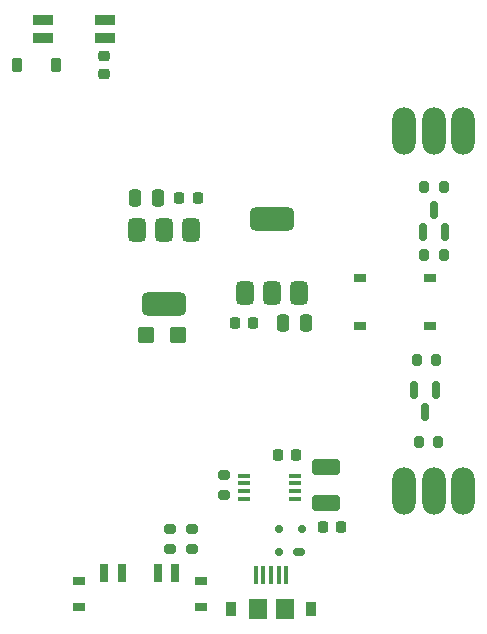
<source format=gbr>
%TF.GenerationSoftware,KiCad,Pcbnew,8.0.8-8.0.8-0~ubuntu24.04.1*%
%TF.CreationDate,2025-02-11T11:04:45-03:00*%
%TF.ProjectId,pm100,706d3130-302e-46b6-9963-61645f706362,rev?*%
%TF.SameCoordinates,Original*%
%TF.FileFunction,Paste,Bot*%
%TF.FilePolarity,Positive*%
%FSLAX46Y46*%
G04 Gerber Fmt 4.6, Leading zero omitted, Abs format (unit mm)*
G04 Created by KiCad (PCBNEW 8.0.8-8.0.8-0~ubuntu24.04.1) date 2025-02-11 11:04:45*
%MOMM*%
%LPD*%
G01*
G04 APERTURE LIST*
G04 Aperture macros list*
%AMRoundRect*
0 Rectangle with rounded corners*
0 $1 Rounding radius*
0 $2 $3 $4 $5 $6 $7 $8 $9 X,Y pos of 4 corners*
0 Add a 4 corners polygon primitive as box body*
4,1,4,$2,$3,$4,$5,$6,$7,$8,$9,$2,$3,0*
0 Add four circle primitives for the rounded corners*
1,1,$1+$1,$2,$3*
1,1,$1+$1,$4,$5*
1,1,$1+$1,$6,$7*
1,1,$1+$1,$8,$9*
0 Add four rect primitives between the rounded corners*
20,1,$1+$1,$2,$3,$4,$5,0*
20,1,$1+$1,$4,$5,$6,$7,0*
20,1,$1+$1,$6,$7,$8,$9,0*
20,1,$1+$1,$8,$9,$2,$3,0*%
G04 Aperture macros list end*
%ADD10RoundRect,0.225000X-0.250000X0.225000X-0.250000X-0.225000X0.250000X-0.225000X0.250000X0.225000X0*%
%ADD11RoundRect,0.225000X0.225000X0.250000X-0.225000X0.250000X-0.225000X-0.250000X0.225000X-0.250000X0*%
%ADD12RoundRect,0.200000X-0.200000X-0.275000X0.200000X-0.275000X0.200000X0.275000X-0.200000X0.275000X0*%
%ADD13RoundRect,0.150000X-0.150000X0.587500X-0.150000X-0.587500X0.150000X-0.587500X0.150000X0.587500X0*%
%ADD14O,2.000000X4.000000*%
%ADD15R,1.100000X0.400000*%
%ADD16R,1.000000X0.800000*%
%ADD17R,0.700000X1.500000*%
%ADD18RoundRect,0.200000X0.275000X-0.200000X0.275000X0.200000X-0.275000X0.200000X-0.275000X-0.200000X0*%
%ADD19RoundRect,0.200000X0.200000X0.275000X-0.200000X0.275000X-0.200000X-0.275000X0.200000X-0.275000X0*%
%ADD20RoundRect,0.225000X0.225000X0.375000X-0.225000X0.375000X-0.225000X-0.375000X0.225000X-0.375000X0*%
%ADD21RoundRect,0.225000X-0.225000X-0.250000X0.225000X-0.250000X0.225000X0.250000X-0.225000X0.250000X0*%
%ADD22RoundRect,0.250000X0.250000X0.475000X-0.250000X0.475000X-0.250000X-0.475000X0.250000X-0.475000X0*%
%ADD23RoundRect,0.200000X-0.275000X0.200000X-0.275000X-0.200000X0.275000X-0.200000X0.275000X0.200000X0*%
%ADD24RoundRect,0.250000X0.925000X-0.412500X0.925000X0.412500X-0.925000X0.412500X-0.925000X-0.412500X0*%
%ADD25R,1.000000X0.700000*%
%ADD26RoundRect,0.250000X-0.250000X-0.475000X0.250000X-0.475000X0.250000X0.475000X-0.250000X0.475000X0*%
%ADD27RoundRect,0.375000X0.375000X-0.625000X0.375000X0.625000X-0.375000X0.625000X-0.375000X-0.625000X0*%
%ADD28RoundRect,0.500000X1.400000X-0.500000X1.400000X0.500000X-1.400000X0.500000X-1.400000X-0.500000X0*%
%ADD29RoundRect,0.375000X-0.375000X0.625000X-0.375000X-0.625000X0.375000X-0.625000X0.375000X0.625000X0*%
%ADD30RoundRect,0.500000X-1.400000X0.500000X-1.400000X-0.500000X1.400000X-0.500000X1.400000X0.500000X0*%
%ADD31R,1.800000X0.820000*%
%ADD32RoundRect,0.150000X0.150000X-0.587500X0.150000X0.587500X-0.150000X0.587500X-0.150000X-0.587500X0*%
%ADD33RoundRect,0.250000X-0.450000X-0.425000X0.450000X-0.425000X0.450000X0.425000X-0.450000X0.425000X0*%
%ADD34RoundRect,0.175000X0.325000X-0.175000X0.325000X0.175000X-0.325000X0.175000X-0.325000X-0.175000X0*%
%ADD35RoundRect,0.150000X0.150000X-0.200000X0.150000X0.200000X-0.150000X0.200000X-0.150000X-0.200000X0*%
%ADD36R,0.300000X1.650000*%
%ADD37R,0.875000X1.200000*%
%ADD38R,1.600000X1.700000*%
G04 APERTURE END LIST*
D10*
%TO.C,C7*%
X140462000Y-46977000D03*
X140462000Y-48527000D03*
%TD*%
D11*
%TO.C,C3*%
X148389999Y-59049000D03*
X146839999Y-59049000D03*
%TD*%
D12*
%TO.C,R2*%
X167135000Y-79707500D03*
X168785000Y-79707500D03*
%TD*%
D13*
%TO.C,Q5*%
X166690000Y-75262500D03*
X168590000Y-75262500D03*
X167640000Y-77137501D03*
%TD*%
D14*
%TO.C,J7*%
X170902000Y-53340000D03*
X168402000Y-53340000D03*
X165902000Y-53340000D03*
%TD*%
D15*
%TO.C,U7*%
X152350000Y-84475001D03*
X152350000Y-83825000D03*
X152350000Y-83175000D03*
X152350000Y-82524999D03*
X156650000Y-82524999D03*
X156650000Y-83175000D03*
X156650000Y-83825000D03*
X156650000Y-84475001D03*
%TD*%
D16*
%TO.C,SW1*%
X148660000Y-93665000D03*
X148660000Y-91455000D03*
X138360000Y-93665000D03*
X138360000Y-91455000D03*
D17*
X146510000Y-90805000D03*
X145010000Y-90805000D03*
X142010000Y-90805000D03*
X140510000Y-90805000D03*
%TD*%
D14*
%TO.C,J6*%
X170902000Y-83820000D03*
X168402000Y-83820000D03*
X165902000Y-83820000D03*
%TD*%
D18*
%TO.C,R7*%
X147955001Y-88709000D03*
X147955001Y-87059000D03*
%TD*%
D19*
%TO.C,R4*%
X169227000Y-58117500D03*
X167577000Y-58117500D03*
%TD*%
D20*
%TO.C,D3*%
X136398000Y-47752000D03*
X133098000Y-47752000D03*
%TD*%
D21*
%TO.C,C10*%
X155181000Y-80772000D03*
X156731000Y-80772000D03*
%TD*%
D22*
%TO.C,C8*%
X145009000Y-59049000D03*
X143109002Y-59049000D03*
%TD*%
D23*
%TO.C,R26*%
X150622000Y-82487000D03*
X150622000Y-84137000D03*
%TD*%
D11*
%TO.C,C9*%
X160541000Y-86868000D03*
X158991000Y-86868000D03*
%TD*%
%TO.C,C4*%
X153075000Y-69621000D03*
X151525000Y-69621000D03*
%TD*%
D24*
%TO.C,C11*%
X159258000Y-84849500D03*
X159258000Y-81774500D03*
%TD*%
D25*
%TO.C,D1*%
X162125000Y-69818000D03*
X162125000Y-65818000D03*
X168075000Y-65818000D03*
X168075000Y-69818000D03*
%TD*%
D26*
%TO.C,C5*%
X155655001Y-69621000D03*
X157554999Y-69621000D03*
%TD*%
D27*
%TO.C,U3*%
X157000000Y-67056000D03*
X154700000Y-67055999D03*
D28*
X154700000Y-60756001D03*
D27*
X152400000Y-67056000D03*
%TD*%
D12*
%TO.C,R5*%
X167577000Y-63832500D03*
X169227000Y-63832500D03*
%TD*%
D29*
%TO.C,U5*%
X143242000Y-61721999D03*
X145542000Y-61722000D03*
D30*
X145542000Y-68021998D03*
D29*
X147842000Y-61721999D03*
%TD*%
D31*
%TO.C,D2*%
X140522000Y-45504000D03*
X140522000Y-43904000D03*
X135322000Y-43904000D03*
X135322000Y-45504000D03*
%TD*%
D32*
%TO.C,Q6*%
X169352000Y-61897500D03*
X167452000Y-61897500D03*
X168402000Y-60022499D03*
%TD*%
D33*
%TO.C,C16*%
X144018000Y-70612000D03*
X146718000Y-70612000D03*
%TD*%
D19*
%TO.C,R3*%
X168595000Y-72722500D03*
X166945000Y-72722500D03*
%TD*%
D23*
%TO.C,R6*%
X146050000Y-87059000D03*
X146050000Y-88709000D03*
%TD*%
D34*
%TO.C,D4*%
X157000000Y-89000000D03*
D35*
X155300000Y-89000000D03*
X155300000Y-87000000D03*
X157200000Y-87000000D03*
%TD*%
D36*
%TO.C,J3*%
X155920000Y-90925000D03*
X155270000Y-90925000D03*
X154620000Y-90925000D03*
X153970000Y-90925000D03*
X153320000Y-90925000D03*
D37*
X158007500Y-93800000D03*
D38*
X155770000Y-93800000D03*
X153470000Y-93800000D03*
D37*
X151232500Y-93800000D03*
%TD*%
M02*

</source>
